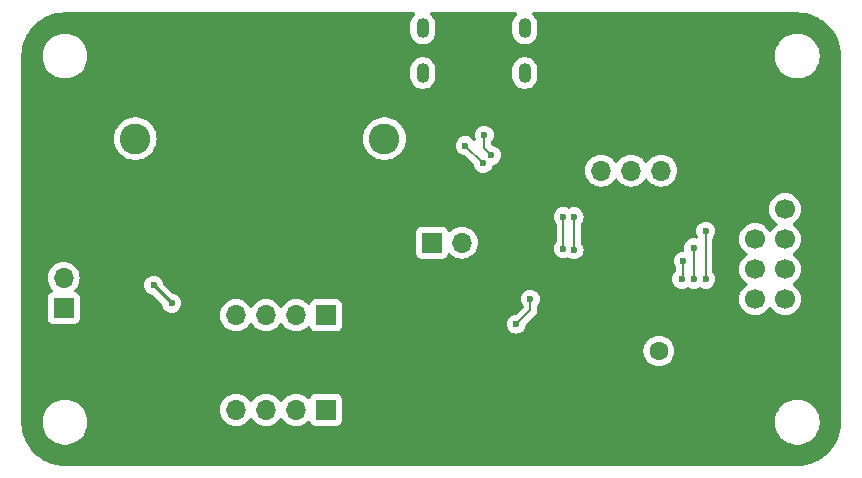
<source format=gbr>
%TF.GenerationSoftware,KiCad,Pcbnew,8.0.3*%
%TF.CreationDate,2024-06-06T01:48:16+12:00*%
%TF.ProjectId,microcontroller,6d696372-6f63-46f6-9e74-726f6c6c6572,0.1.1*%
%TF.SameCoordinates,Original*%
%TF.FileFunction,Copper,L2,Bot*%
%TF.FilePolarity,Positive*%
%FSLAX46Y46*%
G04 Gerber Fmt 4.6, Leading zero omitted, Abs format (unit mm)*
G04 Created by KiCad (PCBNEW 8.0.3) date 2024-06-06 01:48:16*
%MOMM*%
%LPD*%
G01*
G04 APERTURE LIST*
G04 Aperture macros list*
%AMRoundRect*
0 Rectangle with rounded corners*
0 $1 Rounding radius*
0 $2 $3 $4 $5 $6 $7 $8 $9 X,Y pos of 4 corners*
0 Add a 4 corners polygon primitive as box body*
4,1,4,$2,$3,$4,$5,$6,$7,$8,$9,$2,$3,0*
0 Add four circle primitives for the rounded corners*
1,1,$1+$1,$2,$3*
1,1,$1+$1,$4,$5*
1,1,$1+$1,$6,$7*
1,1,$1+$1,$8,$9*
0 Add four rect primitives between the rounded corners*
20,1,$1+$1,$2,$3,$4,$5,0*
20,1,$1+$1,$4,$5,$6,$7,0*
20,1,$1+$1,$6,$7,$8,$9,0*
20,1,$1+$1,$8,$9,$2,$3,0*%
G04 Aperture macros list end*
%TA.AperFunction,ComponentPad*%
%ADD10O,1.100000X1.700000*%
%TD*%
%TA.AperFunction,ComponentPad*%
%ADD11R,1.700000X1.700000*%
%TD*%
%TA.AperFunction,ComponentPad*%
%ADD12O,1.700000X1.700000*%
%TD*%
%TA.AperFunction,ComponentPad*%
%ADD13C,2.600000*%
%TD*%
%TA.AperFunction,ComponentPad*%
%ADD14RoundRect,0.250000X-0.600000X-0.600000X0.600000X-0.600000X0.600000X0.600000X-0.600000X0.600000X0*%
%TD*%
%TA.AperFunction,ComponentPad*%
%ADD15C,1.700000*%
%TD*%
%TA.AperFunction,ComponentPad*%
%ADD16C,1.600000*%
%TD*%
%TA.AperFunction,ViaPad*%
%ADD17C,1.600000*%
%TD*%
%TA.AperFunction,ViaPad*%
%ADD18C,0.600000*%
%TD*%
%TA.AperFunction,ViaPad*%
%ADD19C,1.000000*%
%TD*%
%TA.AperFunction,Conductor*%
%ADD20C,0.300000*%
%TD*%
%TA.AperFunction,Conductor*%
%ADD21C,0.130000*%
%TD*%
G04 APERTURE END LIST*
D10*
%TO.P,J4,S1,SHIELD*%
%TO.N,unconnected-(J4-SHIELD-PadS1)*%
X158920000Y-71440000D03*
%TO.N,unconnected-(J4-SHIELD-PadS1)_1*%
X158920000Y-67640000D03*
%TO.N,unconnected-(J4-SHIELD-PadS1)_2*%
X150280000Y-71440000D03*
%TO.N,unconnected-(J4-SHIELD-PadS1)_0*%
X150280000Y-67640000D03*
%TD*%
D11*
%TO.P,J1,1,Pin_1*%
%TO.N,ADJUST_SW*%
X142113000Y-99949000D03*
D12*
%TO.P,J1,2,Pin_2*%
%TO.N,MODE_SW*%
X139573000Y-99949000D03*
%TO.P,J1,3,Pin_3*%
%TO.N,POWER_SW*%
X137033000Y-99949000D03*
%TO.P,J1,4,Pin_4*%
%TO.N,+3V3*%
X134493000Y-99949000D03*
%TD*%
D11*
%TO.P,J5,1,Pin_1*%
%TO.N,GND*%
X162860000Y-79700000D03*
D12*
%TO.P,J5,2,Pin_2*%
%TO.N,/SWCLK*%
X165400000Y-79700000D03*
%TO.P,J5,3,Pin_3*%
%TO.N,/SWDIO*%
X167940000Y-79700000D03*
%TO.P,J5,4,Pin_4*%
%TO.N,+3V3*%
X170480000Y-79700000D03*
%TD*%
D11*
%TO.P,JP1,1,A*%
%TO.N,+3V3*%
X119888000Y-91318000D03*
D12*
%TO.P,JP1,2,B*%
%TO.N,/PWR_LED_A*%
X119888000Y-88778000D03*
%TD*%
D11*
%TO.P,J2,1,Pin_1*%
%TO.N,SECOND_SW_H*%
X142113000Y-91949000D03*
D12*
%TO.P,J2,2,Pin_2*%
%TO.N,MINUTE_SW_H*%
X139573000Y-91949000D03*
%TO.P,J2,3,Pin_3*%
%TO.N,HOUR_SW_H*%
X137033000Y-91949000D03*
%TO.P,J2,4,Pin_4*%
%TO.N,+3V3*%
X134493000Y-91949000D03*
%TD*%
D13*
%TO.P,BT1,1,+*%
%TO.N,+BATT*%
X125950000Y-77000000D03*
X147050000Y-77000000D03*
%TD*%
D14*
%TO.P,J3,1,Pin_1*%
%TO.N,GND*%
X178435000Y-80420000D03*
D15*
%TO.P,J3,2,Pin_2*%
X180975000Y-80420000D03*
%TO.P,J3,3,Pin_3*%
X178435000Y-82960000D03*
%TO.P,J3,4,Pin_4*%
%TO.N,LATCH*%
X180975000Y-82960000D03*
%TO.P,J3,5,Pin_5*%
%TO.N,CLK*%
X178435000Y-85500000D03*
%TO.P,J3,6,Pin_6*%
%TO.N,OE*%
X180975000Y-85500000D03*
%TO.P,J3,7,Pin_7*%
%TO.N,SER*%
X178435000Y-88040000D03*
%TO.P,J3,8,Pin_8*%
%TO.N,+3V3*%
X180975000Y-88040000D03*
%TO.P,J3,9,Pin_9*%
%TO.N,VBUS*%
X178435000Y-90580000D03*
%TO.P,J3,10,Pin_10*%
X180975000Y-90580000D03*
%TD*%
D16*
%TO.P,R2,1*%
%TO.N,LDR*%
X170280000Y-94975000D03*
%TO.P,R2,2*%
%TO.N,GND*%
X173280000Y-94975000D03*
%TD*%
D11*
%TO.P,JP2,1,A*%
%TO.N,+3V3*%
X151060000Y-85800000D03*
D12*
%TO.P,JP2,2,B*%
%TO.N,/JMP_BOOT0*%
X153600000Y-85800000D03*
%TD*%
D17*
%TO.N,GND*%
X171234000Y-75434000D03*
D18*
X151800000Y-90300000D03*
X147200000Y-88600000D03*
X152000000Y-83100000D03*
X156800000Y-96100000D03*
D17*
X157394000Y-73012000D03*
D19*
X170900000Y-87300000D03*
D18*
X119888000Y-80645000D03*
X132334000Y-90170000D03*
D17*
X151806000Y-73012000D03*
D18*
X158300000Y-96100000D03*
X157700000Y-74800000D03*
D19*
X160500000Y-82100000D03*
D17*
X151806000Y-69964000D03*
D18*
X153900000Y-93900000D03*
X155500000Y-84800000D03*
X157000000Y-89700000D03*
D19*
X164100000Y-96100000D03*
D18*
X151500000Y-74800000D03*
D17*
X171234000Y-73402000D03*
D19*
X124079000Y-88773000D03*
D17*
X130000000Y-84500000D03*
D18*
X148200000Y-95300000D03*
X153900000Y-87600000D03*
D17*
X169202000Y-75434000D03*
D18*
X157100000Y-92400000D03*
%TO.N,+BATT*%
X127508000Y-89408000D03*
X129032000Y-90932000D03*
%TO.N,/NRST*%
X158200000Y-92700000D03*
X159400000Y-90600000D03*
%TO.N,USB_CC2*%
X155400000Y-79100000D03*
X153900000Y-77600000D03*
X162200000Y-86300000D03*
X162200000Y-83600000D03*
%TO.N,USB_CC1*%
X155500000Y-76700000D03*
X163100000Y-86400000D03*
X163100000Y-83600000D03*
X156100000Y-78400000D03*
%TO.N,OE*%
X172212000Y-88900000D03*
X172339000Y-87376000D03*
%TO.N,CLK*%
X173228000Y-88900000D03*
X173228000Y-86233000D03*
%TO.N,LATCH*%
X174244000Y-84836000D03*
X174244000Y-88900000D03*
%TD*%
D20*
%TO.N,+BATT*%
X127508000Y-89408000D02*
X129032000Y-90932000D01*
D21*
%TO.N,/NRST*%
X159400000Y-91500000D02*
X158200000Y-92700000D01*
X159400000Y-90600000D02*
X159400000Y-91500000D01*
%TO.N,USB_CC2*%
X155400000Y-79100000D02*
X153900000Y-77600000D01*
X162200000Y-86300000D02*
X162200000Y-83600000D01*
%TO.N,USB_CC1*%
X155500000Y-77800000D02*
X155500000Y-76700000D01*
X156100000Y-78400000D02*
X155500000Y-77800000D01*
X163100000Y-86400000D02*
X163100000Y-83600000D01*
%TO.N,OE*%
X172212000Y-88900000D02*
X172339000Y-88773000D01*
X172339000Y-88773000D02*
X172339000Y-87376000D01*
%TO.N,CLK*%
X173228000Y-88900000D02*
X173228000Y-86233000D01*
%TO.N,LATCH*%
X174244000Y-88900000D02*
X174244000Y-84836000D01*
%TD*%
%TA.AperFunction,Conductor*%
%TO.N,GND*%
G36*
X149603190Y-66320185D02*
G01*
X149648945Y-66372989D01*
X149658889Y-66442147D01*
X149629864Y-66505703D01*
X149614817Y-66520352D01*
X149610344Y-66524022D01*
X149464024Y-66670342D01*
X149349058Y-66842403D01*
X149269870Y-67033579D01*
X149269868Y-67033587D01*
X149229500Y-67236530D01*
X149229500Y-68043469D01*
X149269868Y-68246412D01*
X149269870Y-68246420D01*
X149349058Y-68437596D01*
X149464024Y-68609657D01*
X149610342Y-68755975D01*
X149610345Y-68755977D01*
X149782402Y-68870941D01*
X149973580Y-68950130D01*
X150176530Y-68990499D01*
X150176534Y-68990500D01*
X150176535Y-68990500D01*
X150383466Y-68990500D01*
X150383467Y-68990499D01*
X150586420Y-68950130D01*
X150777598Y-68870941D01*
X150949655Y-68755977D01*
X151095977Y-68609655D01*
X151210941Y-68437598D01*
X151290130Y-68246420D01*
X151330500Y-68043465D01*
X151330500Y-67236535D01*
X151290130Y-67033580D01*
X151210941Y-66842402D01*
X151095977Y-66670345D01*
X151095975Y-66670342D01*
X150949655Y-66524022D01*
X150945183Y-66520352D01*
X150905849Y-66462606D01*
X150903980Y-66392762D01*
X150940168Y-66332994D01*
X151002924Y-66302278D01*
X151023849Y-66300500D01*
X158176151Y-66300500D01*
X158243190Y-66320185D01*
X158288945Y-66372989D01*
X158298889Y-66442147D01*
X158269864Y-66505703D01*
X158254817Y-66520352D01*
X158250344Y-66524022D01*
X158104024Y-66670342D01*
X157989058Y-66842403D01*
X157909870Y-67033579D01*
X157909868Y-67033587D01*
X157869500Y-67236530D01*
X157869500Y-68043469D01*
X157909868Y-68246412D01*
X157909870Y-68246420D01*
X157989058Y-68437596D01*
X158104024Y-68609657D01*
X158250342Y-68755975D01*
X158250345Y-68755977D01*
X158422402Y-68870941D01*
X158613580Y-68950130D01*
X158816530Y-68990499D01*
X158816534Y-68990500D01*
X158816535Y-68990500D01*
X159023466Y-68990500D01*
X159023467Y-68990499D01*
X159226420Y-68950130D01*
X159417598Y-68870941D01*
X159589655Y-68755977D01*
X159735977Y-68609655D01*
X159850941Y-68437598D01*
X159930130Y-68246420D01*
X159970500Y-68043465D01*
X159970500Y-67236535D01*
X159930130Y-67033580D01*
X159850941Y-66842402D01*
X159735977Y-66670345D01*
X159735975Y-66670342D01*
X159589655Y-66524022D01*
X159585183Y-66520352D01*
X159545849Y-66462606D01*
X159543980Y-66392762D01*
X159580168Y-66332994D01*
X159642924Y-66302278D01*
X159663849Y-66300500D01*
X181952405Y-66300500D01*
X181996949Y-66300500D01*
X182003032Y-66300648D01*
X182356532Y-66318015D01*
X182368640Y-66319208D01*
X182440518Y-66329870D01*
X182715717Y-66370692D01*
X182727635Y-66373062D01*
X183068008Y-66458321D01*
X183079646Y-66461852D01*
X183409996Y-66580054D01*
X183421237Y-66584710D01*
X183646857Y-66691419D01*
X183738433Y-66734731D01*
X183749150Y-66740459D01*
X184050102Y-66920843D01*
X184060217Y-66927601D01*
X184342049Y-67136622D01*
X184351455Y-67144342D01*
X184611436Y-67379974D01*
X184620025Y-67388563D01*
X184781782Y-67567035D01*
X184855657Y-67648544D01*
X184863377Y-67657950D01*
X185072396Y-67939779D01*
X185079156Y-67949897D01*
X185256885Y-68246420D01*
X185259533Y-68250837D01*
X185265270Y-68261570D01*
X185415289Y-68578762D01*
X185419945Y-68590003D01*
X185538147Y-68920353D01*
X185541680Y-68931998D01*
X185626934Y-69272351D01*
X185629308Y-69284287D01*
X185680791Y-69631359D01*
X185681984Y-69643468D01*
X185699351Y-69996966D01*
X185699500Y-70003051D01*
X185699500Y-100996948D01*
X185699351Y-101003033D01*
X185681984Y-101356531D01*
X185680791Y-101368640D01*
X185629308Y-101715712D01*
X185626934Y-101727648D01*
X185541680Y-102068001D01*
X185538147Y-102079646D01*
X185419945Y-102409996D01*
X185415289Y-102421237D01*
X185265270Y-102738429D01*
X185259533Y-102749162D01*
X185079156Y-103050102D01*
X185072396Y-103060220D01*
X184863377Y-103342049D01*
X184855657Y-103351455D01*
X184620033Y-103611428D01*
X184611428Y-103620033D01*
X184351455Y-103855657D01*
X184342049Y-103863377D01*
X184060220Y-104072396D01*
X184050102Y-104079156D01*
X183749162Y-104259533D01*
X183738429Y-104265270D01*
X183421237Y-104415289D01*
X183409996Y-104419945D01*
X183079646Y-104538147D01*
X183068001Y-104541680D01*
X182727648Y-104626934D01*
X182715712Y-104629308D01*
X182368640Y-104680791D01*
X182356531Y-104681984D01*
X182023016Y-104698369D01*
X182003031Y-104699351D01*
X181996949Y-104699500D01*
X120003051Y-104699500D01*
X119996968Y-104699351D01*
X119975811Y-104698311D01*
X119643468Y-104681984D01*
X119631359Y-104680791D01*
X119284287Y-104629308D01*
X119272351Y-104626934D01*
X118931998Y-104541680D01*
X118920353Y-104538147D01*
X118590003Y-104419945D01*
X118578762Y-104415289D01*
X118261570Y-104265270D01*
X118250842Y-104259535D01*
X117949897Y-104079156D01*
X117939779Y-104072396D01*
X117657950Y-103863377D01*
X117648544Y-103855657D01*
X117532295Y-103750296D01*
X117388563Y-103620025D01*
X117379974Y-103611436D01*
X117144342Y-103351455D01*
X117136622Y-103342049D01*
X116927603Y-103060220D01*
X116920843Y-103050102D01*
X116831174Y-102900498D01*
X116740459Y-102749150D01*
X116734729Y-102738429D01*
X116584710Y-102421237D01*
X116580054Y-102409996D01*
X116461852Y-102079646D01*
X116458319Y-102068001D01*
X116455846Y-102058127D01*
X116373062Y-101727635D01*
X116370691Y-101715712D01*
X116319208Y-101368640D01*
X116318015Y-101356530D01*
X116314898Y-101293091D01*
X116300649Y-101003032D01*
X116300500Y-100996948D01*
X116300500Y-100875441D01*
X118099500Y-100875441D01*
X118099500Y-101124558D01*
X118099501Y-101124575D01*
X118132017Y-101371561D01*
X118196498Y-101612207D01*
X118291830Y-101842361D01*
X118291837Y-101842376D01*
X118416400Y-102058126D01*
X118568060Y-102255774D01*
X118568066Y-102255781D01*
X118744218Y-102431933D01*
X118744225Y-102431939D01*
X118941873Y-102583599D01*
X119157623Y-102708162D01*
X119157638Y-102708169D01*
X119243978Y-102743932D01*
X119387793Y-102803502D01*
X119628435Y-102867982D01*
X119875435Y-102900500D01*
X119875442Y-102900500D01*
X120124558Y-102900500D01*
X120124565Y-102900500D01*
X120371565Y-102867982D01*
X120612207Y-102803502D01*
X120842373Y-102708164D01*
X121058127Y-102583599D01*
X121255776Y-102431938D01*
X121431938Y-102255776D01*
X121583599Y-102058127D01*
X121708164Y-101842373D01*
X121803502Y-101612207D01*
X121867982Y-101371565D01*
X121900500Y-101124565D01*
X121900500Y-100875435D01*
X121867982Y-100628435D01*
X121803502Y-100387793D01*
X121708164Y-100157627D01*
X121587713Y-99948999D01*
X133137341Y-99948999D01*
X133137341Y-99949000D01*
X133157936Y-100184403D01*
X133157938Y-100184413D01*
X133219094Y-100412655D01*
X133219096Y-100412659D01*
X133219097Y-100412663D01*
X133223000Y-100421032D01*
X133318965Y-100626830D01*
X133318967Y-100626834D01*
X133427281Y-100781521D01*
X133454505Y-100820401D01*
X133621599Y-100987495D01*
X133718384Y-101055265D01*
X133815165Y-101123032D01*
X133815167Y-101123033D01*
X133815170Y-101123035D01*
X134029337Y-101222903D01*
X134257592Y-101284063D01*
X134434034Y-101299500D01*
X134492999Y-101304659D01*
X134493000Y-101304659D01*
X134493001Y-101304659D01*
X134551966Y-101299500D01*
X134728408Y-101284063D01*
X134956663Y-101222903D01*
X135170830Y-101123035D01*
X135364401Y-100987495D01*
X135531495Y-100820401D01*
X135661425Y-100634842D01*
X135716002Y-100591217D01*
X135785500Y-100584023D01*
X135847855Y-100615546D01*
X135864575Y-100634842D01*
X135994500Y-100820395D01*
X135994505Y-100820401D01*
X136161599Y-100987495D01*
X136258384Y-101055265D01*
X136355165Y-101123032D01*
X136355167Y-101123033D01*
X136355170Y-101123035D01*
X136569337Y-101222903D01*
X136797592Y-101284063D01*
X136974034Y-101299500D01*
X137032999Y-101304659D01*
X137033000Y-101304659D01*
X137033001Y-101304659D01*
X137091966Y-101299500D01*
X137268408Y-101284063D01*
X137496663Y-101222903D01*
X137710830Y-101123035D01*
X137904401Y-100987495D01*
X138071495Y-100820401D01*
X138201425Y-100634842D01*
X138256002Y-100591217D01*
X138325500Y-100584023D01*
X138387855Y-100615546D01*
X138404575Y-100634842D01*
X138534500Y-100820395D01*
X138534505Y-100820401D01*
X138701599Y-100987495D01*
X138798384Y-101055265D01*
X138895165Y-101123032D01*
X138895167Y-101123033D01*
X138895170Y-101123035D01*
X139109337Y-101222903D01*
X139337592Y-101284063D01*
X139514034Y-101299500D01*
X139572999Y-101304659D01*
X139573000Y-101304659D01*
X139573001Y-101304659D01*
X139631966Y-101299500D01*
X139808408Y-101284063D01*
X140036663Y-101222903D01*
X140250830Y-101123035D01*
X140444401Y-100987495D01*
X140566329Y-100865566D01*
X140627648Y-100832084D01*
X140697340Y-100837068D01*
X140753274Y-100878939D01*
X140770189Y-100909917D01*
X140819202Y-101041328D01*
X140819206Y-101041335D01*
X140905452Y-101156544D01*
X140905455Y-101156547D01*
X141020664Y-101242793D01*
X141020671Y-101242797D01*
X141155517Y-101293091D01*
X141155516Y-101293091D01*
X141162444Y-101293835D01*
X141215127Y-101299500D01*
X143010872Y-101299499D01*
X143070483Y-101293091D01*
X143205331Y-101242796D01*
X143320546Y-101156546D01*
X143406796Y-101041331D01*
X143457091Y-100906483D01*
X143460428Y-100875441D01*
X180099500Y-100875441D01*
X180099500Y-101124558D01*
X180099501Y-101124575D01*
X180132017Y-101371561D01*
X180196498Y-101612207D01*
X180291830Y-101842361D01*
X180291837Y-101842376D01*
X180416400Y-102058126D01*
X180568060Y-102255774D01*
X180568066Y-102255781D01*
X180744218Y-102431933D01*
X180744225Y-102431939D01*
X180941873Y-102583599D01*
X181157623Y-102708162D01*
X181157638Y-102708169D01*
X181243978Y-102743932D01*
X181387793Y-102803502D01*
X181628435Y-102867982D01*
X181875435Y-102900500D01*
X181875442Y-102900500D01*
X182124558Y-102900500D01*
X182124565Y-102900500D01*
X182371565Y-102867982D01*
X182612207Y-102803502D01*
X182842373Y-102708164D01*
X183058127Y-102583599D01*
X183255776Y-102431938D01*
X183431938Y-102255776D01*
X183583599Y-102058127D01*
X183708164Y-101842373D01*
X183803502Y-101612207D01*
X183867982Y-101371565D01*
X183900500Y-101124565D01*
X183900500Y-100875435D01*
X183867982Y-100628435D01*
X183803502Y-100387793D01*
X183708164Y-100157627D01*
X183583599Y-99941873D01*
X183431938Y-99744224D01*
X183431933Y-99744218D01*
X183255781Y-99568066D01*
X183255774Y-99568060D01*
X183058126Y-99416400D01*
X182842376Y-99291837D01*
X182842361Y-99291830D01*
X182612207Y-99196498D01*
X182371561Y-99132017D01*
X182124575Y-99099501D01*
X182124570Y-99099500D01*
X182124565Y-99099500D01*
X181875435Y-99099500D01*
X181875429Y-99099500D01*
X181875424Y-99099501D01*
X181628438Y-99132017D01*
X181387792Y-99196498D01*
X181157638Y-99291830D01*
X181157623Y-99291837D01*
X180941873Y-99416400D01*
X180744225Y-99568060D01*
X180744218Y-99568066D01*
X180568066Y-99744218D01*
X180568060Y-99744225D01*
X180416400Y-99941873D01*
X180291837Y-100157623D01*
X180291830Y-100157638D01*
X180196498Y-100387792D01*
X180132017Y-100628438D01*
X180099501Y-100875424D01*
X180099500Y-100875441D01*
X143460428Y-100875441D01*
X143463500Y-100846873D01*
X143463499Y-99051128D01*
X143457091Y-98991517D01*
X143455810Y-98988083D01*
X143406797Y-98856671D01*
X143406793Y-98856664D01*
X143320547Y-98741455D01*
X143320544Y-98741452D01*
X143205335Y-98655206D01*
X143205328Y-98655202D01*
X143070482Y-98604908D01*
X143070483Y-98604908D01*
X143010883Y-98598501D01*
X143010881Y-98598500D01*
X143010873Y-98598500D01*
X143010864Y-98598500D01*
X141215129Y-98598500D01*
X141215123Y-98598501D01*
X141155516Y-98604908D01*
X141020671Y-98655202D01*
X141020664Y-98655206D01*
X140905455Y-98741452D01*
X140905452Y-98741455D01*
X140819206Y-98856664D01*
X140819203Y-98856669D01*
X140770189Y-98988083D01*
X140728317Y-99044016D01*
X140662853Y-99068433D01*
X140594580Y-99053581D01*
X140566326Y-99032430D01*
X140444402Y-98910506D01*
X140444395Y-98910501D01*
X140250834Y-98774967D01*
X140250830Y-98774965D01*
X140250828Y-98774964D01*
X140036663Y-98675097D01*
X140036659Y-98675096D01*
X140036655Y-98675094D01*
X139808413Y-98613938D01*
X139808403Y-98613936D01*
X139573001Y-98593341D01*
X139572999Y-98593341D01*
X139337596Y-98613936D01*
X139337586Y-98613938D01*
X139109344Y-98675094D01*
X139109335Y-98675098D01*
X138895171Y-98774964D01*
X138895169Y-98774965D01*
X138701597Y-98910505D01*
X138534505Y-99077597D01*
X138404575Y-99263158D01*
X138349998Y-99306783D01*
X138280500Y-99313977D01*
X138218145Y-99282454D01*
X138201425Y-99263158D01*
X138071494Y-99077597D01*
X137904402Y-98910506D01*
X137904395Y-98910501D01*
X137710834Y-98774967D01*
X137710830Y-98774965D01*
X137710828Y-98774964D01*
X137496663Y-98675097D01*
X137496659Y-98675096D01*
X137496655Y-98675094D01*
X137268413Y-98613938D01*
X137268403Y-98613936D01*
X137033001Y-98593341D01*
X137032999Y-98593341D01*
X136797596Y-98613936D01*
X136797586Y-98613938D01*
X136569344Y-98675094D01*
X136569335Y-98675098D01*
X136355171Y-98774964D01*
X136355169Y-98774965D01*
X136161597Y-98910505D01*
X135994505Y-99077597D01*
X135864575Y-99263158D01*
X135809998Y-99306783D01*
X135740500Y-99313977D01*
X135678145Y-99282454D01*
X135661425Y-99263158D01*
X135531494Y-99077597D01*
X135364402Y-98910506D01*
X135364395Y-98910501D01*
X135170834Y-98774967D01*
X135170830Y-98774965D01*
X135170828Y-98774964D01*
X134956663Y-98675097D01*
X134956659Y-98675096D01*
X134956655Y-98675094D01*
X134728413Y-98613938D01*
X134728403Y-98613936D01*
X134493001Y-98593341D01*
X134492999Y-98593341D01*
X134257596Y-98613936D01*
X134257586Y-98613938D01*
X134029344Y-98675094D01*
X134029335Y-98675098D01*
X133815171Y-98774964D01*
X133815169Y-98774965D01*
X133621597Y-98910505D01*
X133454505Y-99077597D01*
X133318965Y-99271169D01*
X133318964Y-99271171D01*
X133219098Y-99485335D01*
X133219094Y-99485344D01*
X133157938Y-99713586D01*
X133157936Y-99713596D01*
X133137341Y-99948999D01*
X121587713Y-99948999D01*
X121583599Y-99941873D01*
X121431938Y-99744224D01*
X121431933Y-99744218D01*
X121255781Y-99568066D01*
X121255774Y-99568060D01*
X121058126Y-99416400D01*
X120842376Y-99291837D01*
X120842361Y-99291830D01*
X120612207Y-99196498D01*
X120371561Y-99132017D01*
X120124575Y-99099501D01*
X120124570Y-99099500D01*
X120124565Y-99099500D01*
X119875435Y-99099500D01*
X119875429Y-99099500D01*
X119875424Y-99099501D01*
X119628438Y-99132017D01*
X119387792Y-99196498D01*
X119157638Y-99291830D01*
X119157623Y-99291837D01*
X118941873Y-99416400D01*
X118744225Y-99568060D01*
X118744218Y-99568066D01*
X118568066Y-99744218D01*
X118568060Y-99744225D01*
X118416400Y-99941873D01*
X118291837Y-100157623D01*
X118291830Y-100157638D01*
X118196498Y-100387792D01*
X118132017Y-100628438D01*
X118099501Y-100875424D01*
X118099500Y-100875441D01*
X116300500Y-100875441D01*
X116300500Y-94974998D01*
X168974532Y-94974998D01*
X168974532Y-94975001D01*
X168994364Y-95201686D01*
X168994366Y-95201697D01*
X169053258Y-95421488D01*
X169053261Y-95421497D01*
X169149431Y-95627732D01*
X169149432Y-95627734D01*
X169279954Y-95814141D01*
X169440858Y-95975045D01*
X169440861Y-95975047D01*
X169627266Y-96105568D01*
X169833504Y-96201739D01*
X170053308Y-96260635D01*
X170215230Y-96274801D01*
X170279998Y-96280468D01*
X170280000Y-96280468D01*
X170280002Y-96280468D01*
X170336673Y-96275509D01*
X170506692Y-96260635D01*
X170726496Y-96201739D01*
X170932734Y-96105568D01*
X171119139Y-95975047D01*
X171280047Y-95814139D01*
X171410568Y-95627734D01*
X171506739Y-95421496D01*
X171565635Y-95201692D01*
X171585468Y-94975000D01*
X171565635Y-94748308D01*
X171506739Y-94528504D01*
X171410568Y-94322266D01*
X171280047Y-94135861D01*
X171280045Y-94135858D01*
X171119141Y-93974954D01*
X170932734Y-93844432D01*
X170932732Y-93844431D01*
X170726497Y-93748261D01*
X170726488Y-93748258D01*
X170506697Y-93689366D01*
X170506693Y-93689365D01*
X170506692Y-93689365D01*
X170506691Y-93689364D01*
X170506686Y-93689364D01*
X170280002Y-93669532D01*
X170279998Y-93669532D01*
X170053313Y-93689364D01*
X170053302Y-93689366D01*
X169833511Y-93748258D01*
X169833502Y-93748261D01*
X169627267Y-93844431D01*
X169627265Y-93844432D01*
X169440858Y-93974954D01*
X169279954Y-94135858D01*
X169149432Y-94322265D01*
X169149431Y-94322267D01*
X169053261Y-94528502D01*
X169053258Y-94528511D01*
X168994366Y-94748302D01*
X168994364Y-94748313D01*
X168974532Y-94974998D01*
X116300500Y-94974998D01*
X116300500Y-88777999D01*
X118532341Y-88777999D01*
X118532341Y-88778000D01*
X118552936Y-89013403D01*
X118552938Y-89013413D01*
X118614094Y-89241655D01*
X118614096Y-89241659D01*
X118614097Y-89241663D01*
X118713965Y-89455830D01*
X118713967Y-89455834D01*
X118773955Y-89541505D01*
X118849501Y-89649396D01*
X118849506Y-89649402D01*
X118971430Y-89771326D01*
X119004915Y-89832649D01*
X118999931Y-89902341D01*
X118958059Y-89958274D01*
X118927083Y-89975189D01*
X118795669Y-90024203D01*
X118795664Y-90024206D01*
X118680455Y-90110452D01*
X118680452Y-90110455D01*
X118594206Y-90225664D01*
X118594202Y-90225671D01*
X118543908Y-90360517D01*
X118537501Y-90420116D01*
X118537501Y-90420123D01*
X118537500Y-90420135D01*
X118537500Y-92215870D01*
X118537501Y-92215876D01*
X118543908Y-92275483D01*
X118594202Y-92410328D01*
X118594206Y-92410335D01*
X118680452Y-92525544D01*
X118680455Y-92525547D01*
X118795664Y-92611793D01*
X118795671Y-92611797D01*
X118930517Y-92662091D01*
X118930516Y-92662091D01*
X118936646Y-92662750D01*
X118990127Y-92668500D01*
X120785872Y-92668499D01*
X120845483Y-92662091D01*
X120980331Y-92611796D01*
X121095546Y-92525546D01*
X121181796Y-92410331D01*
X121232091Y-92275483D01*
X121238500Y-92215873D01*
X121238500Y-91948999D01*
X133137341Y-91948999D01*
X133137341Y-91949000D01*
X133157936Y-92184403D01*
X133157938Y-92184413D01*
X133219094Y-92412655D01*
X133219096Y-92412659D01*
X133219097Y-92412663D01*
X133271736Y-92525547D01*
X133318965Y-92626830D01*
X133318967Y-92626834D01*
X133350687Y-92672134D01*
X133454505Y-92820401D01*
X133621599Y-92987495D01*
X133710183Y-93049522D01*
X133815165Y-93123032D01*
X133815167Y-93123033D01*
X133815170Y-93123035D01*
X134029337Y-93222903D01*
X134257592Y-93284063D01*
X134434034Y-93299500D01*
X134492999Y-93304659D01*
X134493000Y-93304659D01*
X134493001Y-93304659D01*
X134551966Y-93299500D01*
X134728408Y-93284063D01*
X134956663Y-93222903D01*
X135170830Y-93123035D01*
X135364401Y-92987495D01*
X135531495Y-92820401D01*
X135661425Y-92634842D01*
X135716002Y-92591217D01*
X135785500Y-92584023D01*
X135847855Y-92615546D01*
X135864575Y-92634842D01*
X135994500Y-92820395D01*
X135994505Y-92820401D01*
X136161599Y-92987495D01*
X136250183Y-93049522D01*
X136355165Y-93123032D01*
X136355167Y-93123033D01*
X136355170Y-93123035D01*
X136569337Y-93222903D01*
X136797592Y-93284063D01*
X136974034Y-93299500D01*
X137032999Y-93304659D01*
X137033000Y-93304659D01*
X137033001Y-93304659D01*
X137091966Y-93299500D01*
X137268408Y-93284063D01*
X137496663Y-93222903D01*
X137710830Y-93123035D01*
X137904401Y-92987495D01*
X138071495Y-92820401D01*
X138201425Y-92634842D01*
X138256002Y-92591217D01*
X138325500Y-92584023D01*
X138387855Y-92615546D01*
X138404575Y-92634842D01*
X138534500Y-92820395D01*
X138534505Y-92820401D01*
X138701599Y-92987495D01*
X138790183Y-93049522D01*
X138895165Y-93123032D01*
X138895167Y-93123033D01*
X138895170Y-93123035D01*
X139109337Y-93222903D01*
X139337592Y-93284063D01*
X139514034Y-93299500D01*
X139572999Y-93304659D01*
X139573000Y-93304659D01*
X139573001Y-93304659D01*
X139631966Y-93299500D01*
X139808408Y-93284063D01*
X140036663Y-93222903D01*
X140250830Y-93123035D01*
X140444401Y-92987495D01*
X140566329Y-92865566D01*
X140627648Y-92832084D01*
X140697340Y-92837068D01*
X140753274Y-92878939D01*
X140770189Y-92909917D01*
X140819202Y-93041328D01*
X140819206Y-93041335D01*
X140905452Y-93156544D01*
X140905455Y-93156547D01*
X141020664Y-93242793D01*
X141020671Y-93242797D01*
X141155517Y-93293091D01*
X141155516Y-93293091D01*
X141162444Y-93293835D01*
X141215127Y-93299500D01*
X143010872Y-93299499D01*
X143070483Y-93293091D01*
X143205331Y-93242796D01*
X143320546Y-93156546D01*
X143406796Y-93041331D01*
X143457091Y-92906483D01*
X143463500Y-92846873D01*
X143463500Y-92699996D01*
X157394435Y-92699996D01*
X157394435Y-92700003D01*
X157414630Y-92879249D01*
X157414631Y-92879254D01*
X157474211Y-93049523D01*
X157520402Y-93123035D01*
X157570184Y-93202262D01*
X157697738Y-93329816D01*
X157850478Y-93425789D01*
X158020745Y-93485368D01*
X158020750Y-93485369D01*
X158199996Y-93505565D01*
X158200000Y-93505565D01*
X158200004Y-93505565D01*
X158379249Y-93485369D01*
X158379252Y-93485368D01*
X158379255Y-93485368D01*
X158549522Y-93425789D01*
X158702262Y-93329816D01*
X158829816Y-93202262D01*
X158925789Y-93049522D01*
X158985368Y-92879255D01*
X158989016Y-92846883D01*
X159001447Y-92736548D01*
X159028513Y-92672134D01*
X159036976Y-92662760D01*
X159852513Y-91847225D01*
X159926962Y-91718275D01*
X159965500Y-91574450D01*
X159965500Y-91425550D01*
X159965500Y-91217940D01*
X159985185Y-91150901D01*
X160001819Y-91130259D01*
X160003590Y-91128488D01*
X160029816Y-91102262D01*
X160125789Y-90949522D01*
X160185368Y-90779255D01*
X160185851Y-90774967D01*
X160205565Y-90600003D01*
X160205565Y-90599996D01*
X160185369Y-90420750D01*
X160185368Y-90420745D01*
X160125788Y-90250476D01*
X160041507Y-90116344D01*
X160029816Y-90097738D01*
X159902262Y-89970184D01*
X159873378Y-89952035D01*
X159749523Y-89874211D01*
X159579254Y-89814631D01*
X159579249Y-89814630D01*
X159400004Y-89794435D01*
X159399996Y-89794435D01*
X159220750Y-89814630D01*
X159220745Y-89814631D01*
X159050476Y-89874211D01*
X158897737Y-89970184D01*
X158770184Y-90097737D01*
X158674211Y-90250476D01*
X158614631Y-90420745D01*
X158614630Y-90420750D01*
X158594435Y-90599996D01*
X158594435Y-90600003D01*
X158614630Y-90779249D01*
X158614631Y-90779254D01*
X158674211Y-90949523D01*
X158770184Y-91102262D01*
X158796410Y-91128488D01*
X158829895Y-91189811D01*
X158824911Y-91259503D01*
X158796410Y-91303850D01*
X158237247Y-91863013D01*
X158175924Y-91896498D01*
X158163450Y-91898552D01*
X158020749Y-91914630D01*
X158020745Y-91914631D01*
X157850476Y-91974211D01*
X157697737Y-92070184D01*
X157570184Y-92197737D01*
X157474211Y-92350476D01*
X157414631Y-92520745D01*
X157414630Y-92520750D01*
X157394435Y-92699996D01*
X143463500Y-92699996D01*
X143463499Y-91051128D01*
X143457091Y-90991517D01*
X143455810Y-90988083D01*
X143406797Y-90856671D01*
X143406793Y-90856664D01*
X143320547Y-90741455D01*
X143320544Y-90741452D01*
X143205335Y-90655206D01*
X143205328Y-90655202D01*
X143070482Y-90604908D01*
X143070483Y-90604908D01*
X143010883Y-90598501D01*
X143010881Y-90598500D01*
X143010873Y-90598500D01*
X143010864Y-90598500D01*
X141215129Y-90598500D01*
X141215123Y-90598501D01*
X141155516Y-90604908D01*
X141020671Y-90655202D01*
X141020664Y-90655206D01*
X140905455Y-90741452D01*
X140905452Y-90741455D01*
X140819206Y-90856664D01*
X140819203Y-90856669D01*
X140770189Y-90988083D01*
X140728317Y-91044016D01*
X140662853Y-91068433D01*
X140594580Y-91053581D01*
X140566326Y-91032430D01*
X140444402Y-90910506D01*
X140444395Y-90910501D01*
X140250834Y-90774967D01*
X140250830Y-90774965D01*
X140203179Y-90752745D01*
X140036663Y-90675097D01*
X140036659Y-90675096D01*
X140036655Y-90675094D01*
X139808413Y-90613938D01*
X139808403Y-90613936D01*
X139573001Y-90593341D01*
X139572999Y-90593341D01*
X139337596Y-90613936D01*
X139337586Y-90613938D01*
X139109344Y-90675094D01*
X139109335Y-90675098D01*
X138895171Y-90774964D01*
X138895169Y-90774965D01*
X138701597Y-90910505D01*
X138534505Y-91077597D01*
X138404575Y-91263158D01*
X138349998Y-91306783D01*
X138280500Y-91313977D01*
X138218145Y-91282454D01*
X138201425Y-91263158D01*
X138071494Y-91077597D01*
X137904402Y-90910506D01*
X137904395Y-90910501D01*
X137710834Y-90774967D01*
X137710830Y-90774965D01*
X137663179Y-90752745D01*
X137496663Y-90675097D01*
X137496659Y-90675096D01*
X137496655Y-90675094D01*
X137268413Y-90613938D01*
X137268403Y-90613936D01*
X137033001Y-90593341D01*
X137032999Y-90593341D01*
X136797596Y-90613936D01*
X136797586Y-90613938D01*
X136569344Y-90675094D01*
X136569335Y-90675098D01*
X136355171Y-90774964D01*
X136355169Y-90774965D01*
X136161597Y-90910505D01*
X135994505Y-91077597D01*
X135864575Y-91263158D01*
X135809998Y-91306783D01*
X135740500Y-91313977D01*
X135678145Y-91282454D01*
X135661425Y-91263158D01*
X135531494Y-91077597D01*
X135364402Y-90910506D01*
X135364395Y-90910501D01*
X135170834Y-90774967D01*
X135170830Y-90774965D01*
X135123179Y-90752745D01*
X134956663Y-90675097D01*
X134956659Y-90675096D01*
X134956655Y-90675094D01*
X134728413Y-90613938D01*
X134728403Y-90613936D01*
X134493001Y-90593341D01*
X134492999Y-90593341D01*
X134257596Y-90613936D01*
X134257586Y-90613938D01*
X134029344Y-90675094D01*
X134029335Y-90675098D01*
X133815171Y-90774964D01*
X133815169Y-90774965D01*
X133621597Y-90910505D01*
X133454505Y-91077597D01*
X133318965Y-91271169D01*
X133318964Y-91271171D01*
X133219098Y-91485335D01*
X133219094Y-91485344D01*
X133157938Y-91713586D01*
X133157936Y-91713596D01*
X133137341Y-91948999D01*
X121238500Y-91948999D01*
X121238499Y-90420128D01*
X121232091Y-90360517D01*
X121226151Y-90344592D01*
X121181797Y-90225671D01*
X121181793Y-90225664D01*
X121095547Y-90110455D01*
X121095544Y-90110452D01*
X120980335Y-90024206D01*
X120980328Y-90024202D01*
X120848917Y-89975189D01*
X120792983Y-89933318D01*
X120768566Y-89867853D01*
X120783418Y-89799580D01*
X120804563Y-89771332D01*
X120926495Y-89649401D01*
X121062035Y-89455830D01*
X121084340Y-89407996D01*
X126702435Y-89407996D01*
X126702435Y-89408003D01*
X126722630Y-89587249D01*
X126722631Y-89587254D01*
X126782211Y-89757523D01*
X126868065Y-89894158D01*
X126878184Y-89910262D01*
X127005738Y-90037816D01*
X127096080Y-90094582D01*
X127121340Y-90110454D01*
X127158478Y-90133789D01*
X127328745Y-90193368D01*
X127335974Y-90194182D01*
X127400388Y-90221246D01*
X127409776Y-90229722D01*
X128210277Y-91030223D01*
X128243762Y-91091546D01*
X128245815Y-91104012D01*
X128246630Y-91111246D01*
X128246632Y-91111255D01*
X128306210Y-91281521D01*
X128326604Y-91313977D01*
X128402184Y-91434262D01*
X128529738Y-91561816D01*
X128682478Y-91657789D01*
X128841937Y-91713586D01*
X128852745Y-91717368D01*
X128852750Y-91717369D01*
X129031996Y-91737565D01*
X129032000Y-91737565D01*
X129032004Y-91737565D01*
X129211249Y-91717369D01*
X129211252Y-91717368D01*
X129211255Y-91717368D01*
X129381522Y-91657789D01*
X129534262Y-91561816D01*
X129661816Y-91434262D01*
X129757789Y-91281522D01*
X129817368Y-91111255D01*
X129818184Y-91104012D01*
X129837565Y-90932003D01*
X129837565Y-90931996D01*
X129817369Y-90752750D01*
X129817368Y-90752745D01*
X129790197Y-90675094D01*
X129757789Y-90582478D01*
X129756231Y-90579999D01*
X129661815Y-90429737D01*
X129534262Y-90302184D01*
X129381521Y-90206210D01*
X129211255Y-90146632D01*
X129211246Y-90146630D01*
X129204012Y-90145815D01*
X129139600Y-90118744D01*
X129130223Y-90110277D01*
X128329722Y-89309776D01*
X128296237Y-89248453D01*
X128294182Y-89235973D01*
X128293368Y-89228745D01*
X128233789Y-89058478D01*
X128205466Y-89013403D01*
X128141371Y-88911396D01*
X128137816Y-88905738D01*
X128132074Y-88899996D01*
X171406435Y-88899996D01*
X171406435Y-88900003D01*
X171426630Y-89079249D01*
X171426631Y-89079254D01*
X171486211Y-89249523D01*
X171553743Y-89356998D01*
X171582184Y-89402262D01*
X171709738Y-89529816D01*
X171862478Y-89625789D01*
X172032745Y-89685368D01*
X172032750Y-89685369D01*
X172211996Y-89705565D01*
X172212000Y-89705565D01*
X172212004Y-89705565D01*
X172391249Y-89685369D01*
X172391252Y-89685368D01*
X172391255Y-89685368D01*
X172561522Y-89625789D01*
X172654027Y-89567663D01*
X172721264Y-89548663D01*
X172785973Y-89567664D01*
X172878475Y-89625788D01*
X173048745Y-89685368D01*
X173048750Y-89685369D01*
X173227996Y-89705565D01*
X173228000Y-89705565D01*
X173228004Y-89705565D01*
X173407249Y-89685369D01*
X173407252Y-89685368D01*
X173407255Y-89685368D01*
X173577522Y-89625789D01*
X173670027Y-89567663D01*
X173737264Y-89548663D01*
X173801973Y-89567664D01*
X173894475Y-89625788D01*
X174064745Y-89685368D01*
X174064750Y-89685369D01*
X174243996Y-89705565D01*
X174244000Y-89705565D01*
X174244004Y-89705565D01*
X174423249Y-89685369D01*
X174423252Y-89685368D01*
X174423255Y-89685368D01*
X174593522Y-89625789D01*
X174746262Y-89529816D01*
X174873816Y-89402262D01*
X174969789Y-89249522D01*
X175029368Y-89079255D01*
X175029369Y-89079249D01*
X175049565Y-88900003D01*
X175049565Y-88899996D01*
X175029369Y-88720750D01*
X175029368Y-88720745D01*
X174995036Y-88622630D01*
X174969789Y-88550478D01*
X174964836Y-88542596D01*
X174873815Y-88397737D01*
X174845819Y-88369741D01*
X174812334Y-88308418D01*
X174809500Y-88282060D01*
X174809500Y-85499999D01*
X177079341Y-85499999D01*
X177079341Y-85500000D01*
X177099936Y-85735403D01*
X177099938Y-85735413D01*
X177161094Y-85963655D01*
X177161096Y-85963659D01*
X177161097Y-85963663D01*
X177234346Y-86120745D01*
X177260965Y-86177830D01*
X177260967Y-86177834D01*
X177369281Y-86332521D01*
X177396501Y-86371396D01*
X177396506Y-86371402D01*
X177563597Y-86538493D01*
X177563603Y-86538498D01*
X177749158Y-86668425D01*
X177792783Y-86723002D01*
X177799977Y-86792500D01*
X177768454Y-86854855D01*
X177749158Y-86871575D01*
X177563597Y-87001505D01*
X177396505Y-87168597D01*
X177260965Y-87362169D01*
X177260964Y-87362171D01*
X177161098Y-87576335D01*
X177161094Y-87576344D01*
X177099938Y-87804586D01*
X177099936Y-87804596D01*
X177079341Y-88039999D01*
X177079341Y-88040000D01*
X177099936Y-88275403D01*
X177099938Y-88275413D01*
X177161094Y-88503655D01*
X177161096Y-88503659D01*
X177161097Y-88503663D01*
X177241004Y-88675023D01*
X177260965Y-88717830D01*
X177260967Y-88717834D01*
X177303225Y-88778184D01*
X177396501Y-88911396D01*
X177396506Y-88911402D01*
X177563597Y-89078493D01*
X177563603Y-89078498D01*
X177749158Y-89208425D01*
X177792783Y-89263002D01*
X177799977Y-89332500D01*
X177768454Y-89394855D01*
X177749158Y-89411575D01*
X177563597Y-89541505D01*
X177396505Y-89708597D01*
X177260965Y-89902169D01*
X177260964Y-89902171D01*
X177161098Y-90116335D01*
X177161094Y-90116344D01*
X177099938Y-90344586D01*
X177099936Y-90344596D01*
X177079341Y-90579999D01*
X177079341Y-90580000D01*
X177099936Y-90815403D01*
X177099938Y-90815413D01*
X177161094Y-91043655D01*
X177161096Y-91043659D01*
X177161097Y-91043663D01*
X177229247Y-91189811D01*
X177260965Y-91257830D01*
X177260967Y-91257834D01*
X177369281Y-91412521D01*
X177396505Y-91451401D01*
X177563599Y-91618495D01*
X177619715Y-91657788D01*
X177757165Y-91754032D01*
X177757167Y-91754033D01*
X177757170Y-91754035D01*
X177971337Y-91853903D01*
X178199592Y-91915063D01*
X178387918Y-91931539D01*
X178434999Y-91935659D01*
X178435000Y-91935659D01*
X178435001Y-91935659D01*
X178474234Y-91932226D01*
X178670408Y-91915063D01*
X178898663Y-91853903D01*
X179112830Y-91754035D01*
X179306401Y-91618495D01*
X179473495Y-91451401D01*
X179603425Y-91265842D01*
X179658002Y-91222217D01*
X179727500Y-91215023D01*
X179789855Y-91246546D01*
X179806575Y-91265842D01*
X179936500Y-91451395D01*
X179936505Y-91451401D01*
X180103599Y-91618495D01*
X180159715Y-91657788D01*
X180297165Y-91754032D01*
X180297167Y-91754033D01*
X180297170Y-91754035D01*
X180511337Y-91853903D01*
X180739592Y-91915063D01*
X180927918Y-91931539D01*
X180974999Y-91935659D01*
X180975000Y-91935659D01*
X180975001Y-91935659D01*
X181014234Y-91932226D01*
X181210408Y-91915063D01*
X181438663Y-91853903D01*
X181652830Y-91754035D01*
X181846401Y-91618495D01*
X182013495Y-91451401D01*
X182149035Y-91257830D01*
X182248903Y-91043663D01*
X182310063Y-90815408D01*
X182330659Y-90580000D01*
X182310063Y-90344592D01*
X182248903Y-90116337D01*
X182149035Y-89902171D01*
X182143425Y-89894158D01*
X182013494Y-89708597D01*
X181846402Y-89541506D01*
X181846396Y-89541501D01*
X181660842Y-89411575D01*
X181617217Y-89356998D01*
X181610023Y-89287500D01*
X181641546Y-89225145D01*
X181660842Y-89208425D01*
X181683026Y-89192891D01*
X181846401Y-89078495D01*
X182013495Y-88911401D01*
X182149035Y-88717830D01*
X182248903Y-88503663D01*
X182310063Y-88275408D01*
X182330659Y-88040000D01*
X182310063Y-87804592D01*
X182248903Y-87576337D01*
X182149035Y-87362171D01*
X182143425Y-87354158D01*
X182013494Y-87168597D01*
X181846402Y-87001506D01*
X181846396Y-87001501D01*
X181660842Y-86871575D01*
X181617217Y-86816998D01*
X181610023Y-86747500D01*
X181641546Y-86685145D01*
X181660842Y-86668425D01*
X181687838Y-86649522D01*
X181846401Y-86538495D01*
X182013495Y-86371401D01*
X182149035Y-86177830D01*
X182248903Y-85963663D01*
X182310063Y-85735408D01*
X182330659Y-85500000D01*
X182310063Y-85264592D01*
X182248903Y-85036337D01*
X182149035Y-84822171D01*
X182143425Y-84814158D01*
X182013494Y-84628597D01*
X181846402Y-84461506D01*
X181846396Y-84461501D01*
X181660842Y-84331575D01*
X181617217Y-84276998D01*
X181610023Y-84207500D01*
X181641546Y-84145145D01*
X181660842Y-84128425D01*
X181686854Y-84110211D01*
X181846401Y-83998495D01*
X182013495Y-83831401D01*
X182149035Y-83637830D01*
X182248903Y-83423663D01*
X182310063Y-83195408D01*
X182330659Y-82960000D01*
X182310063Y-82724592D01*
X182248903Y-82496337D01*
X182149035Y-82282171D01*
X182013495Y-82088599D01*
X182013494Y-82088597D01*
X181846402Y-81921506D01*
X181846395Y-81921501D01*
X181652834Y-81785967D01*
X181652830Y-81785965D01*
X181652828Y-81785964D01*
X181438663Y-81686097D01*
X181438659Y-81686096D01*
X181438655Y-81686094D01*
X181210413Y-81624938D01*
X181210403Y-81624936D01*
X180975001Y-81604341D01*
X180974999Y-81604341D01*
X180739596Y-81624936D01*
X180739586Y-81624938D01*
X180511344Y-81686094D01*
X180511335Y-81686098D01*
X180297171Y-81785964D01*
X180297169Y-81785965D01*
X180103597Y-81921505D01*
X179936505Y-82088597D01*
X179800965Y-82282169D01*
X179800964Y-82282171D01*
X179701098Y-82496335D01*
X179701094Y-82496344D01*
X179639938Y-82724586D01*
X179639936Y-82724596D01*
X179619341Y-82959999D01*
X179619341Y-82960000D01*
X179639936Y-83195403D01*
X179639938Y-83195413D01*
X179701094Y-83423655D01*
X179701096Y-83423659D01*
X179701097Y-83423663D01*
X179783323Y-83599996D01*
X179800965Y-83637830D01*
X179800967Y-83637834D01*
X179936501Y-83831395D01*
X179936506Y-83831402D01*
X180103597Y-83998493D01*
X180103603Y-83998498D01*
X180289158Y-84128425D01*
X180332783Y-84183002D01*
X180339977Y-84252500D01*
X180308454Y-84314855D01*
X180289158Y-84331575D01*
X180103597Y-84461505D01*
X179936505Y-84628597D01*
X179806575Y-84814158D01*
X179751998Y-84857783D01*
X179682500Y-84864977D01*
X179620145Y-84833454D01*
X179603425Y-84814158D01*
X179473494Y-84628597D01*
X179306402Y-84461506D01*
X179306395Y-84461501D01*
X179298407Y-84455908D01*
X179267521Y-84434281D01*
X179112834Y-84325967D01*
X179112830Y-84325965D01*
X179112828Y-84325964D01*
X178898663Y-84226097D01*
X178898659Y-84226096D01*
X178898655Y-84226094D01*
X178670413Y-84164938D01*
X178670403Y-84164936D01*
X178435001Y-84144341D01*
X178434999Y-84144341D01*
X178199596Y-84164936D01*
X178199586Y-84164938D01*
X177971344Y-84226094D01*
X177971335Y-84226098D01*
X177757171Y-84325964D01*
X177757169Y-84325965D01*
X177563597Y-84461505D01*
X177396505Y-84628597D01*
X177260965Y-84822169D01*
X177260964Y-84822171D01*
X177161098Y-85036335D01*
X177161094Y-85036344D01*
X177099938Y-85264586D01*
X177099936Y-85264596D01*
X177079341Y-85499999D01*
X174809500Y-85499999D01*
X174809500Y-85453940D01*
X174829185Y-85386901D01*
X174845819Y-85366259D01*
X174873816Y-85338262D01*
X174969789Y-85185522D01*
X175029368Y-85015255D01*
X175039132Y-84928597D01*
X175049565Y-84836003D01*
X175049565Y-84835996D01*
X175029369Y-84656750D01*
X175029368Y-84656745D01*
X175006872Y-84592455D01*
X174969789Y-84486478D01*
X174954097Y-84461505D01*
X174873815Y-84333737D01*
X174746262Y-84206184D01*
X174593523Y-84110211D01*
X174423254Y-84050631D01*
X174423249Y-84050630D01*
X174244004Y-84030435D01*
X174243996Y-84030435D01*
X174064750Y-84050630D01*
X174064745Y-84050631D01*
X173894476Y-84110211D01*
X173741737Y-84206184D01*
X173614184Y-84333737D01*
X173518211Y-84486476D01*
X173458631Y-84656745D01*
X173458630Y-84656750D01*
X173438435Y-84835996D01*
X173438435Y-84836003D01*
X173458630Y-85015249D01*
X173458631Y-85015254D01*
X173518211Y-85185522D01*
X173572055Y-85271214D01*
X173591055Y-85338450D01*
X173570687Y-85405286D01*
X173517420Y-85450500D01*
X173448163Y-85459738D01*
X173426107Y-85454228D01*
X173407257Y-85447632D01*
X173407249Y-85447630D01*
X173228004Y-85427435D01*
X173227996Y-85427435D01*
X173048750Y-85447630D01*
X173048745Y-85447631D01*
X172878476Y-85507211D01*
X172725737Y-85603184D01*
X172598184Y-85730737D01*
X172502211Y-85883476D01*
X172442631Y-86053745D01*
X172442630Y-86053750D01*
X172422435Y-86232996D01*
X172422435Y-86233003D01*
X172442630Y-86412249D01*
X172444182Y-86419047D01*
X172441284Y-86419708D01*
X172444140Y-86476284D01*
X172409376Y-86536891D01*
X172347364Y-86569082D01*
X172337437Y-86570610D01*
X172159749Y-86590630D01*
X172159745Y-86590631D01*
X171989476Y-86650211D01*
X171836737Y-86746184D01*
X171709184Y-86873737D01*
X171613211Y-87026476D01*
X171553631Y-87196745D01*
X171553630Y-87196750D01*
X171533435Y-87375996D01*
X171533435Y-87376003D01*
X171553630Y-87555249D01*
X171553631Y-87555254D01*
X171613211Y-87725523D01*
X171709184Y-87878262D01*
X171737181Y-87906259D01*
X171770666Y-87967582D01*
X171773500Y-87993940D01*
X171773500Y-88161587D01*
X171753815Y-88228626D01*
X171715477Y-88266578D01*
X171709738Y-88270184D01*
X171709735Y-88270186D01*
X171582184Y-88397737D01*
X171486211Y-88550476D01*
X171426631Y-88720745D01*
X171426630Y-88720750D01*
X171406435Y-88899996D01*
X128132074Y-88899996D01*
X128010262Y-88778184D01*
X128009968Y-88777999D01*
X127857523Y-88682211D01*
X127687254Y-88622631D01*
X127687249Y-88622630D01*
X127508004Y-88602435D01*
X127507996Y-88602435D01*
X127328750Y-88622630D01*
X127328745Y-88622631D01*
X127158476Y-88682211D01*
X127005737Y-88778184D01*
X126878184Y-88905737D01*
X126782211Y-89058476D01*
X126722631Y-89228745D01*
X126722630Y-89228750D01*
X126702435Y-89407996D01*
X121084340Y-89407996D01*
X121161903Y-89241663D01*
X121223063Y-89013408D01*
X121243659Y-88778000D01*
X121223063Y-88542592D01*
X121161903Y-88314337D01*
X121062035Y-88100171D01*
X121019903Y-88039999D01*
X120926494Y-87906597D01*
X120759402Y-87739506D01*
X120759395Y-87739501D01*
X120565834Y-87603967D01*
X120565830Y-87603965D01*
X120565828Y-87603964D01*
X120351663Y-87504097D01*
X120351659Y-87504096D01*
X120351655Y-87504094D01*
X120123413Y-87442938D01*
X120123403Y-87442936D01*
X119888001Y-87422341D01*
X119887999Y-87422341D01*
X119652596Y-87442936D01*
X119652586Y-87442938D01*
X119424344Y-87504094D01*
X119424335Y-87504098D01*
X119210171Y-87603964D01*
X119210169Y-87603965D01*
X119016597Y-87739505D01*
X118849505Y-87906597D01*
X118713965Y-88100169D01*
X118713964Y-88100171D01*
X118614098Y-88314335D01*
X118614094Y-88314344D01*
X118552938Y-88542586D01*
X118552936Y-88542596D01*
X118532341Y-88777999D01*
X116300500Y-88777999D01*
X116300500Y-84902135D01*
X149709500Y-84902135D01*
X149709500Y-86697870D01*
X149709501Y-86697876D01*
X149715908Y-86757483D01*
X149766202Y-86892328D01*
X149766206Y-86892335D01*
X149852452Y-87007544D01*
X149852455Y-87007547D01*
X149967664Y-87093793D01*
X149967671Y-87093797D01*
X150102517Y-87144091D01*
X150102516Y-87144091D01*
X150109444Y-87144835D01*
X150162127Y-87150500D01*
X151957872Y-87150499D01*
X152017483Y-87144091D01*
X152152331Y-87093796D01*
X152267546Y-87007546D01*
X152353796Y-86892331D01*
X152402810Y-86760916D01*
X152444681Y-86704984D01*
X152510145Y-86680566D01*
X152578418Y-86695417D01*
X152606673Y-86716569D01*
X152728599Y-86838495D01*
X152819668Y-86902262D01*
X152922165Y-86974032D01*
X152922167Y-86974033D01*
X152922170Y-86974035D01*
X153136337Y-87073903D01*
X153364592Y-87135063D01*
X153541034Y-87150500D01*
X153599999Y-87155659D01*
X153600000Y-87155659D01*
X153600001Y-87155659D01*
X153658966Y-87150500D01*
X153835408Y-87135063D01*
X154063663Y-87073903D01*
X154277830Y-86974035D01*
X154471401Y-86838495D01*
X154638495Y-86671401D01*
X154774035Y-86477830D01*
X154873903Y-86263663D01*
X154935063Y-86035408D01*
X154955659Y-85800000D01*
X154935063Y-85564592D01*
X154887451Y-85386901D01*
X154873905Y-85336344D01*
X154873904Y-85336343D01*
X154873903Y-85336337D01*
X154774035Y-85122171D01*
X154713933Y-85036335D01*
X154638494Y-84928597D01*
X154471402Y-84761506D01*
X154471395Y-84761501D01*
X154277834Y-84625967D01*
X154277830Y-84625965D01*
X154277828Y-84625964D01*
X154063663Y-84526097D01*
X154063659Y-84526096D01*
X154063655Y-84526094D01*
X153835413Y-84464938D01*
X153835403Y-84464936D01*
X153600001Y-84444341D01*
X153599999Y-84444341D01*
X153364596Y-84464936D01*
X153364586Y-84464938D01*
X153136344Y-84526094D01*
X153136335Y-84526098D01*
X152922171Y-84625964D01*
X152922169Y-84625965D01*
X152728600Y-84761503D01*
X152606673Y-84883430D01*
X152545350Y-84916914D01*
X152475658Y-84911930D01*
X152419725Y-84870058D01*
X152402810Y-84839081D01*
X152353797Y-84707671D01*
X152353793Y-84707664D01*
X152267547Y-84592455D01*
X152267544Y-84592452D01*
X152152335Y-84506206D01*
X152152328Y-84506202D01*
X152017482Y-84455908D01*
X152017483Y-84455908D01*
X151957883Y-84449501D01*
X151957881Y-84449500D01*
X151957873Y-84449500D01*
X151957864Y-84449500D01*
X150162129Y-84449500D01*
X150162123Y-84449501D01*
X150102516Y-84455908D01*
X149967671Y-84506202D01*
X149967664Y-84506206D01*
X149852455Y-84592452D01*
X149852452Y-84592455D01*
X149766206Y-84707664D01*
X149766202Y-84707671D01*
X149715908Y-84842517D01*
X149709501Y-84902116D01*
X149709500Y-84902135D01*
X116300500Y-84902135D01*
X116300500Y-83599996D01*
X161394435Y-83599996D01*
X161394435Y-83600003D01*
X161414630Y-83779249D01*
X161414631Y-83779254D01*
X161474211Y-83949523D01*
X161570184Y-84102262D01*
X161598181Y-84130259D01*
X161631666Y-84191582D01*
X161634500Y-84217940D01*
X161634500Y-85682060D01*
X161614815Y-85749099D01*
X161598181Y-85769741D01*
X161570184Y-85797737D01*
X161474211Y-85950476D01*
X161414631Y-86120745D01*
X161414630Y-86120750D01*
X161394435Y-86299996D01*
X161394435Y-86300003D01*
X161414630Y-86479249D01*
X161414631Y-86479254D01*
X161474211Y-86649523D01*
X161537045Y-86749522D01*
X161570184Y-86802262D01*
X161697738Y-86929816D01*
X161850478Y-87025789D01*
X161987974Y-87073901D01*
X162020745Y-87085368D01*
X162020750Y-87085369D01*
X162199996Y-87105565D01*
X162200000Y-87105565D01*
X162200004Y-87105565D01*
X162379249Y-87085369D01*
X162379252Y-87085368D01*
X162379255Y-87085368D01*
X162379256Y-87085367D01*
X162379259Y-87085367D01*
X162418188Y-87071744D01*
X162520012Y-87036114D01*
X162589788Y-87032552D01*
X162626935Y-87048161D01*
X162667899Y-87073901D01*
X162750475Y-87125788D01*
X162920745Y-87185368D01*
X162920750Y-87185369D01*
X163099996Y-87205565D01*
X163100000Y-87205565D01*
X163100004Y-87205565D01*
X163279249Y-87185369D01*
X163279252Y-87185368D01*
X163279255Y-87185368D01*
X163449522Y-87125789D01*
X163602262Y-87029816D01*
X163729816Y-86902262D01*
X163825789Y-86749522D01*
X163885368Y-86579255D01*
X163886362Y-86570435D01*
X163905565Y-86400003D01*
X163905565Y-86399996D01*
X163885369Y-86220750D01*
X163885368Y-86220745D01*
X163857890Y-86142217D01*
X163825789Y-86050478D01*
X163729816Y-85897738D01*
X163701819Y-85869741D01*
X163668334Y-85808418D01*
X163665500Y-85782060D01*
X163665500Y-84217940D01*
X163685185Y-84150901D01*
X163701819Y-84130259D01*
X163703653Y-84128425D01*
X163729816Y-84102262D01*
X163825789Y-83949522D01*
X163885368Y-83779255D01*
X163885369Y-83779249D01*
X163905565Y-83600003D01*
X163905565Y-83599996D01*
X163885369Y-83420750D01*
X163885368Y-83420745D01*
X163825788Y-83250476D01*
X163729815Y-83097737D01*
X163602262Y-82970184D01*
X163449523Y-82874211D01*
X163279254Y-82814631D01*
X163279249Y-82814630D01*
X163100004Y-82794435D01*
X163099996Y-82794435D01*
X162920750Y-82814630D01*
X162920737Y-82814633D01*
X162750480Y-82874209D01*
X162715970Y-82895893D01*
X162648733Y-82914892D01*
X162584030Y-82895893D01*
X162549519Y-82874209D01*
X162379262Y-82814633D01*
X162379249Y-82814630D01*
X162200004Y-82794435D01*
X162199996Y-82794435D01*
X162020750Y-82814630D01*
X162020745Y-82814631D01*
X161850476Y-82874211D01*
X161697737Y-82970184D01*
X161570184Y-83097737D01*
X161474211Y-83250476D01*
X161414631Y-83420745D01*
X161414630Y-83420750D01*
X161394435Y-83599996D01*
X116300500Y-83599996D01*
X116300500Y-76999995D01*
X124144451Y-76999995D01*
X124144451Y-77000004D01*
X124164616Y-77269101D01*
X124224664Y-77532188D01*
X124224666Y-77532195D01*
X124321630Y-77779254D01*
X124323257Y-77783398D01*
X124458185Y-78017102D01*
X124594080Y-78187509D01*
X124626442Y-78228089D01*
X124795950Y-78385368D01*
X124824259Y-78411635D01*
X125047226Y-78563651D01*
X125290359Y-78680738D01*
X125548228Y-78760280D01*
X125548229Y-78760280D01*
X125548232Y-78760281D01*
X125815063Y-78800499D01*
X125815068Y-78800499D01*
X125815071Y-78800500D01*
X125815072Y-78800500D01*
X126084928Y-78800500D01*
X126084929Y-78800500D01*
X126084936Y-78800499D01*
X126351767Y-78760281D01*
X126351768Y-78760280D01*
X126351772Y-78760280D01*
X126609641Y-78680738D01*
X126852775Y-78563651D01*
X127075741Y-78411635D01*
X127229259Y-78269190D01*
X127273557Y-78228089D01*
X127273557Y-78228087D01*
X127273561Y-78228085D01*
X127441815Y-78017102D01*
X127576743Y-77783398D01*
X127675334Y-77532195D01*
X127735383Y-77269103D01*
X127755549Y-77000000D01*
X127755549Y-76999995D01*
X145244451Y-76999995D01*
X145244451Y-77000004D01*
X145264616Y-77269101D01*
X145324664Y-77532188D01*
X145324666Y-77532195D01*
X145421630Y-77779254D01*
X145423257Y-77783398D01*
X145558185Y-78017102D01*
X145694080Y-78187509D01*
X145726442Y-78228089D01*
X145895950Y-78385368D01*
X145924259Y-78411635D01*
X146147226Y-78563651D01*
X146390359Y-78680738D01*
X146648228Y-78760280D01*
X146648229Y-78760280D01*
X146648232Y-78760281D01*
X146915063Y-78800499D01*
X146915068Y-78800499D01*
X146915071Y-78800500D01*
X146915072Y-78800500D01*
X147184928Y-78800500D01*
X147184929Y-78800500D01*
X147184936Y-78800499D01*
X147451767Y-78760281D01*
X147451768Y-78760280D01*
X147451772Y-78760280D01*
X147709641Y-78680738D01*
X147952775Y-78563651D01*
X148175741Y-78411635D01*
X148329259Y-78269190D01*
X148373557Y-78228089D01*
X148373557Y-78228087D01*
X148373561Y-78228085D01*
X148541815Y-78017102D01*
X148676743Y-77783398D01*
X148748724Y-77599996D01*
X153094435Y-77599996D01*
X153094435Y-77600003D01*
X153114630Y-77779249D01*
X153114631Y-77779254D01*
X153174211Y-77949523D01*
X153237646Y-78050478D01*
X153270184Y-78102262D01*
X153397738Y-78229816D01*
X153550478Y-78325789D01*
X153720745Y-78385368D01*
X153720750Y-78385369D01*
X153863450Y-78401447D01*
X153927864Y-78428513D01*
X153937248Y-78436986D01*
X154563013Y-79062751D01*
X154596498Y-79124074D01*
X154598552Y-79136548D01*
X154614630Y-79279250D01*
X154614631Y-79279254D01*
X154674211Y-79449523D01*
X154770184Y-79602262D01*
X154897738Y-79729816D01*
X155050478Y-79825789D01*
X155220745Y-79885368D01*
X155220750Y-79885369D01*
X155399996Y-79905565D01*
X155400000Y-79905565D01*
X155400004Y-79905565D01*
X155579249Y-79885369D01*
X155579252Y-79885368D01*
X155579255Y-79885368D01*
X155749522Y-79825789D01*
X155902262Y-79729816D01*
X155932079Y-79699999D01*
X164044341Y-79699999D01*
X164044341Y-79700000D01*
X164064936Y-79935403D01*
X164064938Y-79935413D01*
X164126094Y-80163655D01*
X164126096Y-80163659D01*
X164126097Y-80163663D01*
X164130000Y-80172032D01*
X164225965Y-80377830D01*
X164225967Y-80377834D01*
X164334281Y-80532521D01*
X164361505Y-80571401D01*
X164528599Y-80738495D01*
X164625384Y-80806265D01*
X164722165Y-80874032D01*
X164722167Y-80874033D01*
X164722170Y-80874035D01*
X164936337Y-80973903D01*
X165164592Y-81035063D01*
X165352918Y-81051539D01*
X165399999Y-81055659D01*
X165400000Y-81055659D01*
X165400001Y-81055659D01*
X165439234Y-81052226D01*
X165635408Y-81035063D01*
X165863663Y-80973903D01*
X166077830Y-80874035D01*
X166271401Y-80738495D01*
X166438495Y-80571401D01*
X166568425Y-80385842D01*
X166623002Y-80342217D01*
X166692500Y-80335023D01*
X166754855Y-80366546D01*
X166771575Y-80385842D01*
X166901500Y-80571395D01*
X166901505Y-80571401D01*
X167068599Y-80738495D01*
X167165384Y-80806265D01*
X167262165Y-80874032D01*
X167262167Y-80874033D01*
X167262170Y-80874035D01*
X167476337Y-80973903D01*
X167704592Y-81035063D01*
X167892918Y-81051539D01*
X167939999Y-81055659D01*
X167940000Y-81055659D01*
X167940001Y-81055659D01*
X167979234Y-81052226D01*
X168175408Y-81035063D01*
X168403663Y-80973903D01*
X168617830Y-80874035D01*
X168811401Y-80738495D01*
X168978495Y-80571401D01*
X169108425Y-80385842D01*
X169163002Y-80342217D01*
X169232500Y-80335023D01*
X169294855Y-80366546D01*
X169311575Y-80385842D01*
X169441500Y-80571395D01*
X169441505Y-80571401D01*
X169608599Y-80738495D01*
X169705384Y-80806265D01*
X169802165Y-80874032D01*
X169802167Y-80874033D01*
X169802170Y-80874035D01*
X170016337Y-80973903D01*
X170244592Y-81035063D01*
X170432918Y-81051539D01*
X170479999Y-81055659D01*
X170480000Y-81055659D01*
X170480001Y-81055659D01*
X170519234Y-81052226D01*
X170715408Y-81035063D01*
X170943663Y-80973903D01*
X171157830Y-80874035D01*
X171351401Y-80738495D01*
X171518495Y-80571401D01*
X171654035Y-80377830D01*
X171753903Y-80163663D01*
X171815063Y-79935408D01*
X171835659Y-79700000D01*
X171815063Y-79464592D01*
X171763737Y-79273039D01*
X171753905Y-79236344D01*
X171753904Y-79236343D01*
X171753903Y-79236337D01*
X171654035Y-79022171D01*
X171648425Y-79014158D01*
X171518494Y-78828597D01*
X171351402Y-78661506D01*
X171351395Y-78661501D01*
X171157834Y-78525967D01*
X171157830Y-78525965D01*
X171157828Y-78525964D01*
X170943663Y-78426097D01*
X170943659Y-78426096D01*
X170943655Y-78426094D01*
X170715413Y-78364938D01*
X170715403Y-78364936D01*
X170480001Y-78344341D01*
X170479999Y-78344341D01*
X170244596Y-78364936D01*
X170244586Y-78364938D01*
X170016344Y-78426094D01*
X170016335Y-78426098D01*
X169802171Y-78525964D01*
X169802169Y-78525965D01*
X169608597Y-78661505D01*
X169441505Y-78828597D01*
X169311575Y-79014158D01*
X169256998Y-79057783D01*
X169187500Y-79064977D01*
X169125145Y-79033454D01*
X169108425Y-79014158D01*
X168978494Y-78828597D01*
X168811402Y-78661506D01*
X168811395Y-78661501D01*
X168617834Y-78525967D01*
X168617830Y-78525965D01*
X168617828Y-78525964D01*
X168403663Y-78426097D01*
X168403659Y-78426096D01*
X168403655Y-78426094D01*
X168175413Y-78364938D01*
X168175403Y-78364936D01*
X167940001Y-78344341D01*
X167939999Y-78344341D01*
X167704596Y-78364936D01*
X167704586Y-78364938D01*
X167476344Y-78426094D01*
X167476335Y-78426098D01*
X167262171Y-78525964D01*
X167262169Y-78525965D01*
X167068597Y-78661505D01*
X166901505Y-78828597D01*
X166771575Y-79014158D01*
X166716998Y-79057783D01*
X166647500Y-79064977D01*
X166585145Y-79033454D01*
X166568425Y-79014158D01*
X166438494Y-78828597D01*
X166271402Y-78661506D01*
X166271395Y-78661501D01*
X166077834Y-78525967D01*
X166077830Y-78525965D01*
X166077828Y-78525964D01*
X165863663Y-78426097D01*
X165863659Y-78426096D01*
X165863655Y-78426094D01*
X165635413Y-78364938D01*
X165635403Y-78364936D01*
X165400001Y-78344341D01*
X165399999Y-78344341D01*
X165164596Y-78364936D01*
X165164586Y-78364938D01*
X164936344Y-78426094D01*
X164936335Y-78426098D01*
X164722171Y-78525964D01*
X164722169Y-78525965D01*
X164528597Y-78661505D01*
X164361505Y-78828597D01*
X164225965Y-79022169D01*
X164225964Y-79022171D01*
X164126098Y-79236335D01*
X164126094Y-79236344D01*
X164064938Y-79464586D01*
X164064936Y-79464596D01*
X164044341Y-79699999D01*
X155932079Y-79699999D01*
X156029816Y-79602262D01*
X156125789Y-79449522D01*
X156185368Y-79279255D01*
X156185369Y-79279243D01*
X156185473Y-79278793D01*
X156185624Y-79278522D01*
X156187668Y-79272682D01*
X156188690Y-79273039D01*
X156219573Y-79217809D01*
X156273017Y-79188626D01*
X156272682Y-79187668D01*
X156278504Y-79185630D01*
X156278793Y-79185473D01*
X156279243Y-79185369D01*
X156279255Y-79185368D01*
X156449522Y-79125789D01*
X156602262Y-79029816D01*
X156729816Y-78902262D01*
X156825789Y-78749522D01*
X156885368Y-78579255D01*
X156891372Y-78525967D01*
X156905565Y-78400003D01*
X156905565Y-78399996D01*
X156885369Y-78220750D01*
X156885368Y-78220745D01*
X156825788Y-78050476D01*
X156729815Y-77897737D01*
X156602262Y-77770184D01*
X156449523Y-77674211D01*
X156279254Y-77614631D01*
X156279250Y-77614630D01*
X156175616Y-77602954D01*
X156111202Y-77575887D01*
X156071647Y-77518292D01*
X156065500Y-77479734D01*
X156065500Y-77317940D01*
X156085185Y-77250901D01*
X156101819Y-77230259D01*
X156129816Y-77202262D01*
X156225789Y-77049522D01*
X156285368Y-76879255D01*
X156285369Y-76879249D01*
X156305565Y-76700003D01*
X156305565Y-76699996D01*
X156285369Y-76520750D01*
X156285368Y-76520745D01*
X156225789Y-76350478D01*
X156129816Y-76197738D01*
X156002262Y-76070184D01*
X155849523Y-75974211D01*
X155679254Y-75914631D01*
X155679249Y-75914630D01*
X155500004Y-75894435D01*
X155499996Y-75894435D01*
X155320750Y-75914630D01*
X155320745Y-75914631D01*
X155150476Y-75974211D01*
X154997737Y-76070184D01*
X154870184Y-76197737D01*
X154774211Y-76350476D01*
X154714631Y-76520745D01*
X154714630Y-76520750D01*
X154694435Y-76699996D01*
X154694435Y-76700003D01*
X154714630Y-76879249D01*
X154714632Y-76879257D01*
X154755948Y-76997332D01*
X154759509Y-77067111D01*
X154724780Y-77127738D01*
X154662787Y-77159965D01*
X154593211Y-77153559D01*
X154538143Y-77110556D01*
X154533924Y-77104275D01*
X154529816Y-77097738D01*
X154402262Y-76970184D01*
X154249523Y-76874211D01*
X154079254Y-76814631D01*
X154079249Y-76814630D01*
X153900004Y-76794435D01*
X153899996Y-76794435D01*
X153720750Y-76814630D01*
X153720745Y-76814631D01*
X153550476Y-76874211D01*
X153397737Y-76970184D01*
X153270184Y-77097737D01*
X153174211Y-77250476D01*
X153114631Y-77420745D01*
X153114630Y-77420750D01*
X153094435Y-77599996D01*
X148748724Y-77599996D01*
X148775334Y-77532195D01*
X148835383Y-77269103D01*
X148855549Y-77000000D01*
X148835383Y-76730897D01*
X148775334Y-76467805D01*
X148676743Y-76216602D01*
X148541815Y-75982898D01*
X148373561Y-75771915D01*
X148373560Y-75771914D01*
X148373557Y-75771910D01*
X148175741Y-75588365D01*
X147952775Y-75436349D01*
X147952769Y-75436346D01*
X147952768Y-75436345D01*
X147952767Y-75436344D01*
X147709643Y-75319263D01*
X147709645Y-75319263D01*
X147451773Y-75239720D01*
X147451767Y-75239718D01*
X147184936Y-75199500D01*
X147184929Y-75199500D01*
X146915071Y-75199500D01*
X146915063Y-75199500D01*
X146648232Y-75239718D01*
X146648226Y-75239720D01*
X146390358Y-75319262D01*
X146147230Y-75436346D01*
X145924258Y-75588365D01*
X145726442Y-75771910D01*
X145558185Y-75982898D01*
X145423258Y-76216599D01*
X145423256Y-76216603D01*
X145324666Y-76467804D01*
X145324664Y-76467811D01*
X145264616Y-76730898D01*
X145244451Y-76999995D01*
X127755549Y-76999995D01*
X127735383Y-76730897D01*
X127675334Y-76467805D01*
X127576743Y-76216602D01*
X127441815Y-75982898D01*
X127273561Y-75771915D01*
X127273560Y-75771914D01*
X127273557Y-75771910D01*
X127075741Y-75588365D01*
X126852775Y-75436349D01*
X126852769Y-75436346D01*
X126852768Y-75436345D01*
X126852767Y-75436344D01*
X126609643Y-75319263D01*
X126609645Y-75319263D01*
X126351773Y-75239720D01*
X126351767Y-75239718D01*
X126084936Y-75199500D01*
X126084929Y-75199500D01*
X125815071Y-75199500D01*
X125815063Y-75199500D01*
X125548232Y-75239718D01*
X125548226Y-75239720D01*
X125290358Y-75319262D01*
X125047230Y-75436346D01*
X124824258Y-75588365D01*
X124626442Y-75771910D01*
X124458185Y-75982898D01*
X124323258Y-76216599D01*
X124323256Y-76216603D01*
X124224666Y-76467804D01*
X124224664Y-76467811D01*
X124164616Y-76730898D01*
X124144451Y-76999995D01*
X116300500Y-76999995D01*
X116300500Y-70003051D01*
X116300649Y-69996967D01*
X116306619Y-69875441D01*
X118099500Y-69875441D01*
X118099500Y-70124558D01*
X118099501Y-70124575D01*
X118132017Y-70371561D01*
X118196498Y-70612207D01*
X118291830Y-70842361D01*
X118291837Y-70842376D01*
X118416400Y-71058126D01*
X118568060Y-71255774D01*
X118568066Y-71255781D01*
X118744218Y-71431933D01*
X118744225Y-71431939D01*
X118941873Y-71583599D01*
X119157623Y-71708162D01*
X119157638Y-71708169D01*
X119256825Y-71749253D01*
X119387793Y-71803502D01*
X119628435Y-71867982D01*
X119875435Y-71900500D01*
X119875442Y-71900500D01*
X120124558Y-71900500D01*
X120124565Y-71900500D01*
X120371565Y-71867982D01*
X120612207Y-71803502D01*
X120842373Y-71708164D01*
X121058127Y-71583599D01*
X121255776Y-71431938D01*
X121431938Y-71255776D01*
X121583599Y-71058127D01*
X121596068Y-71036530D01*
X149229500Y-71036530D01*
X149229500Y-71843469D01*
X149269868Y-72046412D01*
X149269870Y-72046420D01*
X149349058Y-72237596D01*
X149464024Y-72409657D01*
X149610342Y-72555975D01*
X149610345Y-72555977D01*
X149782402Y-72670941D01*
X149973580Y-72750130D01*
X150176530Y-72790499D01*
X150176534Y-72790500D01*
X150176535Y-72790500D01*
X150383466Y-72790500D01*
X150383467Y-72790499D01*
X150586420Y-72750130D01*
X150777598Y-72670941D01*
X150949655Y-72555977D01*
X151095977Y-72409655D01*
X151210941Y-72237598D01*
X151290130Y-72046420D01*
X151330500Y-71843465D01*
X151330500Y-71036535D01*
X151330499Y-71036530D01*
X157869500Y-71036530D01*
X157869500Y-71843469D01*
X157909868Y-72046412D01*
X157909870Y-72046420D01*
X157989058Y-72237596D01*
X158104024Y-72409657D01*
X158250342Y-72555975D01*
X158250345Y-72555977D01*
X158422402Y-72670941D01*
X158613580Y-72750130D01*
X158816530Y-72790499D01*
X158816534Y-72790500D01*
X158816535Y-72790500D01*
X159023466Y-72790500D01*
X159023467Y-72790499D01*
X159226420Y-72750130D01*
X159417598Y-72670941D01*
X159589655Y-72555977D01*
X159735977Y-72409655D01*
X159850941Y-72237598D01*
X159930130Y-72046420D01*
X159970500Y-71843465D01*
X159970500Y-71036535D01*
X159930130Y-70833580D01*
X159850941Y-70642402D01*
X159735977Y-70470345D01*
X159735975Y-70470342D01*
X159589657Y-70324024D01*
X159503626Y-70266541D01*
X159417598Y-70209059D01*
X159226420Y-70129870D01*
X159226412Y-70129868D01*
X159023469Y-70089500D01*
X159023465Y-70089500D01*
X158816535Y-70089500D01*
X158816530Y-70089500D01*
X158613587Y-70129868D01*
X158613579Y-70129870D01*
X158422403Y-70209058D01*
X158250342Y-70324024D01*
X158104024Y-70470342D01*
X157989058Y-70642403D01*
X157909870Y-70833579D01*
X157909868Y-70833587D01*
X157869500Y-71036530D01*
X151330499Y-71036530D01*
X151290130Y-70833580D01*
X151210941Y-70642402D01*
X151095977Y-70470345D01*
X151095975Y-70470342D01*
X150949657Y-70324024D01*
X150863626Y-70266541D01*
X150777598Y-70209059D01*
X150586420Y-70129870D01*
X150586412Y-70129868D01*
X150383469Y-70089500D01*
X150383465Y-70089500D01*
X150176535Y-70089500D01*
X150176530Y-70089500D01*
X149973587Y-70129868D01*
X149973579Y-70129870D01*
X149782403Y-70209058D01*
X149610342Y-70324024D01*
X149464024Y-70470342D01*
X149349058Y-70642403D01*
X149269870Y-70833579D01*
X149269868Y-70833587D01*
X149229500Y-71036530D01*
X121596068Y-71036530D01*
X121708164Y-70842373D01*
X121803502Y-70612207D01*
X121867982Y-70371565D01*
X121900500Y-70124565D01*
X121900500Y-69875441D01*
X180099500Y-69875441D01*
X180099500Y-70124558D01*
X180099501Y-70124575D01*
X180132017Y-70371561D01*
X180196498Y-70612207D01*
X180291830Y-70842361D01*
X180291837Y-70842376D01*
X180416400Y-71058126D01*
X180568060Y-71255774D01*
X180568066Y-71255781D01*
X180744218Y-71431933D01*
X180744225Y-71431939D01*
X180941873Y-71583599D01*
X181157623Y-71708162D01*
X181157638Y-71708169D01*
X181256825Y-71749253D01*
X181387793Y-71803502D01*
X181628435Y-71867982D01*
X181875435Y-71900500D01*
X181875442Y-71900500D01*
X182124558Y-71900500D01*
X182124565Y-71900500D01*
X182371565Y-71867982D01*
X182612207Y-71803502D01*
X182842373Y-71708164D01*
X183058127Y-71583599D01*
X183255776Y-71431938D01*
X183431938Y-71255776D01*
X183583599Y-71058127D01*
X183708164Y-70842373D01*
X183803502Y-70612207D01*
X183867982Y-70371565D01*
X183900500Y-70124565D01*
X183900500Y-69875435D01*
X183867982Y-69628435D01*
X183803502Y-69387793D01*
X183708164Y-69157627D01*
X183583599Y-68941873D01*
X183529171Y-68870941D01*
X183431939Y-68744225D01*
X183431933Y-68744218D01*
X183255781Y-68568066D01*
X183255774Y-68568060D01*
X183058126Y-68416400D01*
X182842376Y-68291837D01*
X182842361Y-68291830D01*
X182612207Y-68196498D01*
X182371561Y-68132017D01*
X182124575Y-68099501D01*
X182124570Y-68099500D01*
X182124565Y-68099500D01*
X181875435Y-68099500D01*
X181875429Y-68099500D01*
X181875424Y-68099501D01*
X181628438Y-68132017D01*
X181387792Y-68196498D01*
X181157638Y-68291830D01*
X181157623Y-68291837D01*
X180941873Y-68416400D01*
X180744225Y-68568060D01*
X180744218Y-68568066D01*
X180568066Y-68744218D01*
X180568060Y-68744225D01*
X180416400Y-68941873D01*
X180291837Y-69157623D01*
X180291830Y-69157638D01*
X180196498Y-69387792D01*
X180132017Y-69628438D01*
X180099501Y-69875424D01*
X180099500Y-69875441D01*
X121900500Y-69875441D01*
X121900500Y-69875435D01*
X121867982Y-69628435D01*
X121803502Y-69387793D01*
X121708164Y-69157627D01*
X121583599Y-68941873D01*
X121529171Y-68870941D01*
X121431939Y-68744225D01*
X121431933Y-68744218D01*
X121255781Y-68568066D01*
X121255774Y-68568060D01*
X121058126Y-68416400D01*
X120842376Y-68291837D01*
X120842361Y-68291830D01*
X120612207Y-68196498D01*
X120371561Y-68132017D01*
X120124575Y-68099501D01*
X120124570Y-68099500D01*
X120124565Y-68099500D01*
X119875435Y-68099500D01*
X119875429Y-68099500D01*
X119875424Y-68099501D01*
X119628438Y-68132017D01*
X119387792Y-68196498D01*
X119157638Y-68291830D01*
X119157623Y-68291837D01*
X118941873Y-68416400D01*
X118744225Y-68568060D01*
X118744218Y-68568066D01*
X118568066Y-68744218D01*
X118568060Y-68744225D01*
X118416400Y-68941873D01*
X118291837Y-69157623D01*
X118291830Y-69157638D01*
X118196498Y-69387792D01*
X118132017Y-69628438D01*
X118099501Y-69875424D01*
X118099500Y-69875441D01*
X116306619Y-69875441D01*
X116306620Y-69875424D01*
X116318015Y-69643465D01*
X116319208Y-69631359D01*
X116352752Y-69405224D01*
X116370692Y-69284278D01*
X116373061Y-69272367D01*
X116458322Y-68931986D01*
X116461852Y-68920353D01*
X116524873Y-68744224D01*
X116580055Y-68589999D01*
X116584710Y-68578762D01*
X116661501Y-68416400D01*
X116734735Y-68261557D01*
X116740454Y-68250857D01*
X116920851Y-67949884D01*
X116927594Y-67939791D01*
X117136630Y-67657939D01*
X117144333Y-67648554D01*
X117379983Y-67388553D01*
X117388553Y-67379983D01*
X117648554Y-67144333D01*
X117657939Y-67136630D01*
X117939791Y-66927594D01*
X117949884Y-66920851D01*
X118250857Y-66740454D01*
X118261557Y-66734735D01*
X118578762Y-66584710D01*
X118589999Y-66580055D01*
X118920361Y-66461849D01*
X118931986Y-66458322D01*
X119272367Y-66373061D01*
X119284278Y-66370692D01*
X119631359Y-66319207D01*
X119643465Y-66318015D01*
X119996967Y-66300648D01*
X120003051Y-66300500D01*
X120047595Y-66300500D01*
X149536151Y-66300500D01*
X149603190Y-66320185D01*
G37*
%TD.AperFunction*%
%TD*%
M02*

</source>
